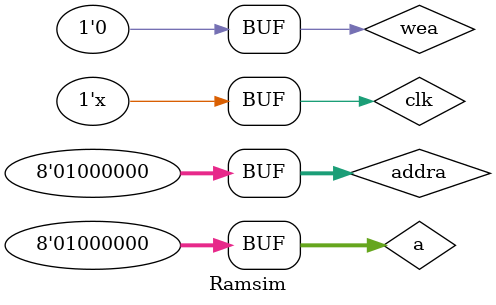
<source format=v>
`timescale 1ns / 1ps


module Ramsim();

    reg clk,wea;
    reg [7:0] addra;
    reg [15:0] dina;
    wire [15:0] douta;
    RAM1 b (
          .a(addra),      // input wire [7 : 0] a
          .d(dina),   // input wire [15 : 0] d
          .clk(clk),  // input wire clk
          .we(wea),    // input wire we
          .spo(douta)  // output wire [15 : 0] spo
        );
        
        
    reg [7:0] a;
    wire [31:0] spo;
    ROM1 com (
      .a(a),      // input wire [7 : 0] a
      .spo(spo)  // output wire [31 : 0] spo
    );

    always #20 clk=~clk;
    initial begin
        clk<=0;      
        wea<=0;
        addra<=8'h00;
        a<=8'h02;
        #40
        addra<=8'h06;
        a<=8'h40;  
        #40
        addra<=8'h40;   
         
    end

endmodule

</source>
